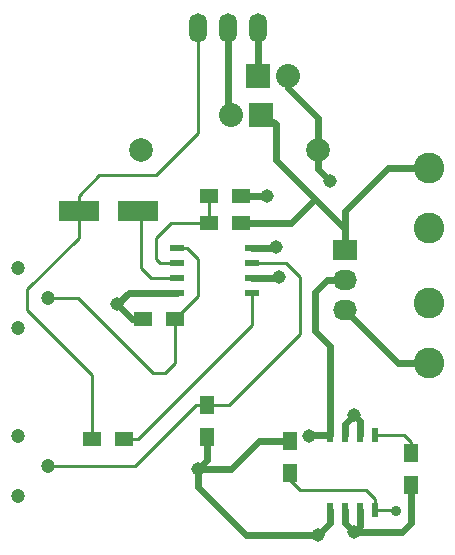
<source format=gtl>
G04 #@! TF.FileFunction,Copper,L1,Top,Signal*
%FSLAX46Y46*%
G04 Gerber Fmt 4.6, Leading zero omitted, Abs format (unit mm)*
G04 Created by KiCad (PCBNEW (2015-01-29 BZR 5396)-product) date 2/26/2015 9:25:46 PM*
%MOMM*%
G01*
G04 APERTURE LIST*
%ADD10C,0.100000*%
%ADD11R,3.500120X1.800860*%
%ADD12O,1.501140X2.499360*%
%ADD13R,1.300000X1.500000*%
%ADD14R,1.500000X1.300000*%
%ADD15C,1.998980*%
%ADD16R,1.143000X0.508000*%
%ADD17R,0.508000X1.143000*%
%ADD18C,2.600000*%
%ADD19R,2.032000X1.727200*%
%ADD20O,2.032000X1.727200*%
%ADD21R,2.032000X2.032000*%
%ADD22O,2.032000X2.032000*%
%ADD23C,1.200000*%
%ADD24C,1.143000*%
%ADD25C,0.889000*%
%ADD26C,0.610000*%
%ADD27C,0.254000*%
G04 APERTURE END LIST*
D10*
D11*
X158028640Y-99822000D03*
X163027360Y-99822000D03*
D12*
X170688000Y-84328000D03*
X168148000Y-84328000D03*
X173228000Y-84328000D03*
D13*
X168910000Y-118952000D03*
X168910000Y-116252000D03*
D14*
X159178000Y-119126000D03*
X161878000Y-119126000D03*
D15*
X178280000Y-94680000D03*
X163280000Y-94680000D03*
D14*
X163496000Y-108966000D03*
X166196000Y-108966000D03*
X171784000Y-100838000D03*
X169084000Y-100838000D03*
X169084000Y-98552000D03*
X171784000Y-98552000D03*
D13*
X186182000Y-120316000D03*
X186182000Y-123016000D03*
X175925000Y-122025000D03*
X175925000Y-119325000D03*
D16*
X166385000Y-106741000D03*
X166385000Y-105471000D03*
X166385000Y-104201000D03*
X166385000Y-102931000D03*
X172735000Y-102931000D03*
X172735000Y-104201000D03*
X172735000Y-105471000D03*
X172735000Y-106741000D03*
D17*
X179343000Y-118787000D03*
X180613000Y-118787000D03*
X181883000Y-118787000D03*
X183153000Y-118787000D03*
X183153000Y-125137000D03*
X181883000Y-125137000D03*
X180613000Y-125137000D03*
X179343000Y-125137000D03*
D18*
X187698000Y-112680000D03*
X187698000Y-107600000D03*
X187698000Y-101250000D03*
X187698000Y-96170000D03*
D19*
X180594000Y-103124000D03*
D20*
X180594000Y-105664000D03*
X180594000Y-108204000D03*
D21*
X173482000Y-91694000D03*
D22*
X170942000Y-91694000D03*
D21*
X173228000Y-88392000D03*
D22*
X175768000Y-88392000D03*
D23*
X152882000Y-104646000D03*
X152882000Y-109726000D03*
X155422000Y-107186000D03*
X152882000Y-118870000D03*
X152882000Y-123950000D03*
X155422000Y-121410000D03*
D24*
X161290000Y-107696000D03*
X178308000Y-127254000D03*
X168148000Y-121666000D03*
X174752000Y-102870000D03*
X173990000Y-98552000D03*
X181356000Y-117094000D03*
X181356000Y-127000000D03*
X175006000Y-105410000D03*
X179324000Y-97282000D03*
X177546000Y-118872000D03*
D25*
X184912000Y-125222000D03*
D26*
X163496000Y-108966000D02*
X162560000Y-108966000D01*
X162560000Y-108966000D02*
X161290000Y-107696000D01*
X162245000Y-106741000D02*
X166385000Y-106741000D01*
X161290000Y-107696000D02*
X162245000Y-106741000D01*
X168148000Y-121666000D02*
X168148000Y-123190000D01*
X172212000Y-127254000D02*
X178308000Y-127254000D01*
X168148000Y-123190000D02*
X172212000Y-127254000D01*
X166055000Y-106741000D02*
X166385000Y-106741000D01*
X179343000Y-125137000D02*
X179343000Y-126219000D01*
X179343000Y-126219000D02*
X178308000Y-127254000D01*
X168148000Y-121666000D02*
X170942000Y-121666000D01*
X173283000Y-119325000D02*
X175925000Y-119325000D01*
X170942000Y-121666000D02*
X173283000Y-119325000D01*
X168910000Y-118952000D02*
X168910000Y-120904000D01*
X168910000Y-120904000D02*
X168148000Y-121666000D01*
X175768000Y-88392000D02*
X175768000Y-89408000D01*
X175768000Y-89408000D02*
X178280000Y-91920000D01*
X173228000Y-84328000D02*
X173228000Y-88392000D01*
X172735000Y-102931000D02*
X174691000Y-102931000D01*
X174691000Y-102931000D02*
X174752000Y-102870000D01*
X171784000Y-98552000D02*
X173990000Y-98552000D01*
X181883000Y-118787000D02*
X181883000Y-117621000D01*
X180613000Y-117837000D02*
X181356000Y-117094000D01*
X180613000Y-117837000D02*
X180613000Y-118787000D01*
X181883000Y-117621000D02*
X181356000Y-117094000D01*
X181356000Y-127000000D02*
X185420000Y-127000000D01*
X186182000Y-126238000D02*
X186182000Y-123016000D01*
X185420000Y-127000000D02*
X186182000Y-126238000D01*
X181883000Y-125137000D02*
X181883000Y-126473000D01*
X180613000Y-126257000D02*
X181356000Y-127000000D01*
X180613000Y-126257000D02*
X180613000Y-125137000D01*
X181883000Y-126473000D02*
X181356000Y-127000000D01*
X174945000Y-105471000D02*
X172735000Y-105471000D01*
X175006000Y-105410000D02*
X174945000Y-105471000D01*
X178280000Y-96238000D02*
X179324000Y-97282000D01*
X178280000Y-94680000D02*
X178280000Y-96238000D01*
X178280000Y-94680000D02*
X178280000Y-91920000D01*
X179343000Y-118787000D02*
X179343000Y-111271000D01*
X179070000Y-105664000D02*
X180594000Y-105664000D01*
X178054000Y-106680000D02*
X179070000Y-105664000D01*
X178054000Y-109982000D02*
X178054000Y-106680000D01*
X179343000Y-111271000D02*
X178054000Y-109982000D01*
X179343000Y-118787000D02*
X177631000Y-118787000D01*
X177631000Y-118787000D02*
X177546000Y-118872000D01*
D27*
X158028640Y-99822000D02*
X158028640Y-102067360D01*
X159178000Y-113712000D02*
X159178000Y-119126000D01*
X153670000Y-108204000D02*
X159178000Y-113712000D01*
X153670000Y-106426000D02*
X153670000Y-108204000D01*
X158028640Y-102067360D02*
X153670000Y-106426000D01*
X158028640Y-99822000D02*
X158028640Y-98511360D01*
X168148000Y-93218000D02*
X168148000Y-84328000D01*
X164592000Y-96774000D02*
X168148000Y-93218000D01*
X159766000Y-96774000D02*
X164592000Y-96774000D01*
X158028640Y-98511360D02*
X159766000Y-96774000D01*
X166385000Y-105471000D02*
X164145000Y-105471000D01*
X163322000Y-104648000D02*
X163322000Y-100116640D01*
X164145000Y-105471000D02*
X163322000Y-104648000D01*
X163322000Y-100116640D02*
X163027360Y-99822000D01*
D26*
X187698000Y-112680000D02*
X185070000Y-112680000D01*
X185070000Y-112680000D02*
X180594000Y-108204000D01*
X174752000Y-95504000D02*
X174752000Y-92456000D01*
X178054000Y-98806000D02*
X174752000Y-95504000D01*
X180594000Y-101346000D02*
X178054000Y-98806000D01*
X180594000Y-103124000D02*
X180594000Y-101346000D01*
X174752000Y-92456000D02*
X173482000Y-91694000D01*
X170688000Y-84328000D02*
X170688000Y-91440000D01*
X170688000Y-91440000D02*
X170942000Y-91694000D01*
X180594000Y-103124000D02*
X180594000Y-99822000D01*
X184246000Y-96170000D02*
X187698000Y-96170000D01*
X180594000Y-99822000D02*
X184246000Y-96170000D01*
D27*
X170688000Y-91440000D02*
X170942000Y-91694000D01*
D26*
X176022000Y-100838000D02*
X171784000Y-100838000D01*
X178054000Y-98806000D02*
X176022000Y-100838000D01*
D27*
X161878000Y-119126000D02*
X163068000Y-119126000D01*
X172720000Y-109474000D02*
X172720000Y-106934000D01*
X163068000Y-119126000D02*
X172720000Y-109474000D01*
X172720000Y-106934000D02*
X172735000Y-106741000D01*
X166385000Y-104201000D02*
X164907000Y-104201000D01*
X165862000Y-100838000D02*
X169084000Y-100838000D01*
X164592000Y-102108000D02*
X165862000Y-100838000D01*
X164592000Y-103886000D02*
X164592000Y-102108000D01*
X164907000Y-104201000D02*
X164592000Y-103886000D01*
X169084000Y-98552000D02*
X169084000Y-100838000D01*
X186182000Y-120316000D02*
X186182000Y-119380000D01*
X185589000Y-118787000D02*
X183153000Y-118787000D01*
X186182000Y-119380000D02*
X185589000Y-118787000D01*
X184827000Y-125137000D02*
X183153000Y-125137000D01*
X184912000Y-125222000D02*
X184827000Y-125137000D01*
X175925000Y-122025000D02*
X175925000Y-122585000D01*
X175925000Y-122585000D02*
X176784000Y-123444000D01*
X176784000Y-123444000D02*
X182372000Y-123444000D01*
X182372000Y-123444000D02*
X183153000Y-124225000D01*
X183153000Y-124225000D02*
X183153000Y-125137000D01*
X168910000Y-116252000D02*
X170768000Y-116252000D01*
X175575000Y-104201000D02*
X172735000Y-104201000D01*
X176784000Y-105410000D02*
X175575000Y-104201000D01*
X176784000Y-110236000D02*
X176784000Y-105410000D01*
X170768000Y-116252000D02*
X176784000Y-110236000D01*
X168910000Y-116252000D02*
X167974000Y-116252000D01*
X162816000Y-121410000D02*
X155422000Y-121410000D01*
X167974000Y-116252000D02*
X162816000Y-121410000D01*
X155422000Y-107186000D02*
X157986000Y-107186000D01*
X166196000Y-112696000D02*
X166196000Y-108966000D01*
X165354000Y-113538000D02*
X166196000Y-112696000D01*
X164338000Y-113538000D02*
X165354000Y-113538000D01*
X157986000Y-107186000D02*
X164338000Y-113538000D01*
X166385000Y-102931000D02*
X167193000Y-102931000D01*
X168148000Y-107014000D02*
X166196000Y-108966000D01*
X168148000Y-103886000D02*
X168148000Y-107014000D01*
X167193000Y-102931000D02*
X168148000Y-103886000D01*
X166385000Y-102931000D02*
X166939000Y-102931000D01*
M02*

</source>
